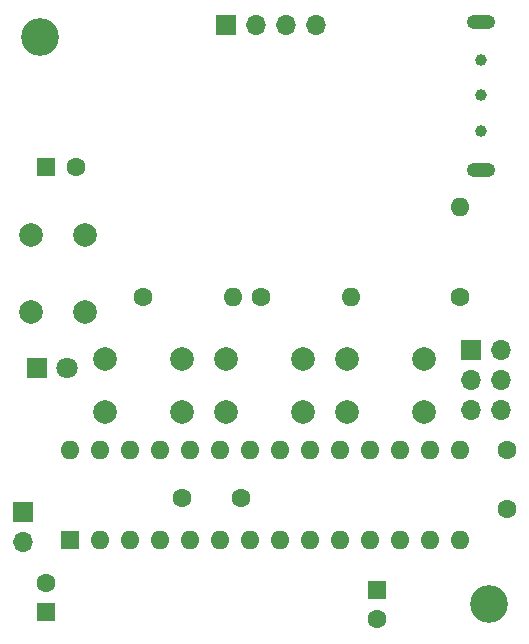
<source format=gbr>
%TF.GenerationSoftware,KiCad,Pcbnew,(6.0.2-0)*%
%TF.CreationDate,2022-04-22T19:08:34+09:30*%
%TF.ProjectId,scrambler,73637261-6d62-46c6-9572-2e6b69636164,1.0*%
%TF.SameCoordinates,Original*%
%TF.FileFunction,Soldermask,Bot*%
%TF.FilePolarity,Negative*%
%FSLAX46Y46*%
G04 Gerber Fmt 4.6, Leading zero omitted, Abs format (unit mm)*
G04 Created by KiCad (PCBNEW (6.0.2-0)) date 2022-04-22 19:08:34*
%MOMM*%
%LPD*%
G01*
G04 APERTURE LIST*
%ADD10C,2.000000*%
%ADD11C,1.600000*%
%ADD12R,1.600000X1.600000*%
%ADD13O,1.600000X1.600000*%
%ADD14C,3.200000*%
%ADD15R,1.800000X1.800000*%
%ADD16C,1.800000*%
%ADD17R,1.700000X1.700000*%
%ADD18O,1.700000X1.700000*%
%ADD19C,1.008000*%
%ADD20O,2.416000X1.208000*%
G04 APERTURE END LIST*
D10*
%TO.C,SW1*%
X32890000Y-58890000D03*
X32890000Y-52390000D03*
X37390000Y-52390000D03*
X37390000Y-58890000D03*
%TD*%
D11*
%TO.C,C3*%
X73140000Y-75640000D03*
X73140000Y-70640000D03*
%TD*%
D10*
%TO.C,SW4*%
X59640000Y-62890000D03*
X66140000Y-62890000D03*
X66140000Y-67390000D03*
X59640000Y-67390000D03*
%TD*%
D12*
%TO.C,C1*%
X34140000Y-84345113D03*
D11*
X34140000Y-81845113D03*
%TD*%
D12*
%TO.C,C2*%
X62140000Y-82434888D03*
D11*
X62140000Y-84934888D03*
%TD*%
%TO.C,R3*%
X42330000Y-57640000D03*
D13*
X49950000Y-57640000D03*
%TD*%
D10*
%TO.C,SW3*%
X55890000Y-62890000D03*
X49390000Y-62890000D03*
X49390000Y-67390000D03*
X55890000Y-67390000D03*
%TD*%
%TO.C,SW5*%
X45640000Y-62890000D03*
X39140000Y-62890000D03*
X45640000Y-67390000D03*
X39140000Y-67390000D03*
%TD*%
D12*
%TO.C,C5*%
X34140000Y-46640000D03*
D11*
X36640000Y-46640000D03*
%TD*%
%TO.C,C4*%
X45640000Y-74640000D03*
X50640000Y-74640000D03*
%TD*%
%TO.C,R2*%
X52330000Y-57640000D03*
D13*
X59950000Y-57640000D03*
%TD*%
D14*
%TO.C,REF\u002A\u002A*%
X71640000Y-83640000D03*
%TD*%
D11*
%TO.C,R1*%
X69140000Y-57640000D03*
D13*
X69140000Y-50020000D03*
%TD*%
D15*
%TO.C,D1*%
X33365000Y-63640000D03*
D16*
X35905000Y-63640000D03*
%TD*%
D17*
%TO.C,BT1*%
X32140000Y-75865000D03*
D18*
X32140000Y-78405000D03*
%TD*%
D19*
%TO.C,SW2*%
X70940000Y-43590000D03*
X70940000Y-40590000D03*
X70940000Y-37590000D03*
D20*
X70940000Y-46890000D03*
X70940000Y-34390000D03*
%TD*%
D17*
%TO.C,J1*%
X49340000Y-34640000D03*
D18*
X51880000Y-34640000D03*
X54420000Y-34640000D03*
X56960000Y-34640000D03*
%TD*%
D14*
%TO.C,REF\u002A\u002A*%
X33640000Y-35640000D03*
%TD*%
D12*
%TO.C,U2*%
X36140000Y-78190000D03*
D13*
X38680000Y-78190000D03*
X41220000Y-78190000D03*
X43760000Y-78190000D03*
X46300000Y-78190000D03*
X48840000Y-78190000D03*
X51380000Y-78190000D03*
X53920000Y-78190000D03*
X56460000Y-78190000D03*
X59000000Y-78190000D03*
X61540000Y-78190000D03*
X64080000Y-78190000D03*
X66620000Y-78190000D03*
X69160000Y-78190000D03*
X69160000Y-70570000D03*
X66620000Y-70570000D03*
X64080000Y-70570000D03*
X61540000Y-70570000D03*
X59000000Y-70570000D03*
X56460000Y-70570000D03*
X53920000Y-70570000D03*
X51380000Y-70570000D03*
X48840000Y-70570000D03*
X46300000Y-70570000D03*
X43760000Y-70570000D03*
X41220000Y-70570000D03*
X38680000Y-70570000D03*
X36140000Y-70570000D03*
%TD*%
D17*
%TO.C,J2*%
X70140000Y-62115000D03*
D18*
X72680000Y-62115000D03*
X70140000Y-64655000D03*
X72680000Y-64655000D03*
X70140000Y-67195000D03*
X72680000Y-67195000D03*
%TD*%
M02*

</source>
